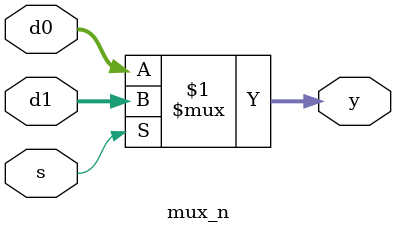
<source format=sv>
/*
Written by:  Luke Johnson & Brandon Kampsen
Date Written: 10-16-2025
File Description: 2:1 Mux utilized in certain parts of our piplined proccesor project
cite:
	Multiplexer is from H&H textbook, HDL Example 7.11, pg 423
*/

module mux_n #(parameter WIDTH = 8)
(	input logic [WIDTH-1:0] d0, d1,
	input logic s,
	output logic [WIDTH-1:0] y
);
	
	assign y = s ? d1 : d0;
	

endmodule

</source>
